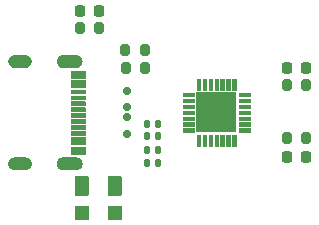
<source format=gtp>
%TF.GenerationSoftware,KiCad,Pcbnew,8.0.6*%
%TF.CreationDate,2024-11-25T12:43:08+08:00*%
%TF.ProjectId,UINIO-USB-UART-CP2102,55494e49-4f2d-4555-9342-2d554152542d,Version 5.0.0*%
%TF.SameCoordinates,PX8203930PY518daf8*%
%TF.FileFunction,Paste,Top*%
%TF.FilePolarity,Positive*%
%FSLAX46Y46*%
G04 Gerber Fmt 4.6, Leading zero omitted, Abs format (unit mm)*
G04 Created by KiCad (PCBNEW 8.0.6) date 2024-11-25 12:43:08*
%MOMM*%
%LPD*%
G01*
G04 APERTURE LIST*
G04 Aperture macros list*
%AMRoundRect*
0 Rectangle with rounded corners*
0 $1 Rounding radius*
0 $2 $3 $4 $5 $6 $7 $8 $9 X,Y pos of 4 corners*
0 Add a 4 corners polygon primitive as box body*
4,1,4,$2,$3,$4,$5,$6,$7,$8,$9,$2,$3,0*
0 Add four circle primitives for the rounded corners*
1,1,$1+$1,$2,$3*
1,1,$1+$1,$4,$5*
1,1,$1+$1,$6,$7*
1,1,$1+$1,$8,$9*
0 Add four rect primitives between the rounded corners*
20,1,$1+$1,$2,$3,$4,$5,0*
20,1,$1+$1,$4,$5,$6,$7,0*
20,1,$1+$1,$6,$7,$8,$9,0*
20,1,$1+$1,$8,$9,$2,$3,0*%
G04 Aperture macros list end*
%ADD10C,0.120000*%
%ADD11RoundRect,0.250000X0.375000X0.625000X-0.375000X0.625000X-0.375000X-0.625000X0.375000X-0.625000X0*%
%ADD12R,1.200000X1.200000*%
%ADD13RoundRect,0.140000X0.140000X0.170000X-0.140000X0.170000X-0.140000X-0.170000X0.140000X-0.170000X0*%
%ADD14RoundRect,0.150000X0.200000X-0.150000X0.200000X0.150000X-0.200000X0.150000X-0.200000X-0.150000X0*%
%ADD15RoundRect,0.150000X-0.200000X0.150000X-0.200000X-0.150000X0.200000X-0.150000X0.200000X0.150000X0*%
%ADD16RoundRect,0.200000X0.200000X0.275000X-0.200000X0.275000X-0.200000X-0.275000X0.200000X-0.275000X0*%
%ADD17RoundRect,0.218750X0.218750X0.256250X-0.218750X0.256250X-0.218750X-0.256250X0.218750X-0.256250X0*%
%ADD18R,1.150000X0.300000*%
%ADD19R,1.150000X0.600000*%
%ADD20R,3.350000X3.350000*%
%ADD21R,0.280000X0.905000*%
%ADD22R,0.905000X0.280000*%
%ADD23RoundRect,0.200000X-0.200000X-0.275000X0.200000X-0.275000X0.200000X0.275000X-0.200000X0.275000X0*%
G04 APERTURE END LIST*
D10*
%TO.C,USB2*%
X-953000Y-13985000D02*
X-859000Y-14013000D01*
X-773000Y-14059000D01*
X-697000Y-14121000D01*
X-635000Y-14197000D01*
X-588000Y-14284000D01*
X-560000Y-14377000D01*
X-550000Y-14475000D01*
X-560000Y-14573000D01*
X-588000Y-14666000D01*
X-635000Y-14753000D01*
X-697000Y-14829000D01*
X-773000Y-14891000D01*
X-859000Y-14937000D01*
X-953000Y-14965000D01*
X-1050000Y-14975000D01*
X-1950000Y-14975000D01*
X-2048000Y-14965000D01*
X-2142000Y-14937000D01*
X-2228000Y-14891000D01*
X-2304000Y-14829000D01*
X-2366000Y-14753000D01*
X-2412000Y-14666000D01*
X-2441000Y-14573000D01*
X-2450000Y-14475000D01*
X-2441000Y-14377000D01*
X-2412000Y-14284000D01*
X-2366000Y-14197000D01*
X-2304000Y-14121000D01*
X-2228000Y-14059000D01*
X-2142000Y-14013000D01*
X-2048000Y-13985000D01*
X-1950000Y-13975000D01*
X-1050000Y-13975000D01*
X-953000Y-13985000D01*
G36*
X-953000Y-13985000D02*
G01*
X-859000Y-14013000D01*
X-773000Y-14059000D01*
X-697000Y-14121000D01*
X-635000Y-14197000D01*
X-588000Y-14284000D01*
X-560000Y-14377000D01*
X-550000Y-14475000D01*
X-560000Y-14573000D01*
X-588000Y-14666000D01*
X-635000Y-14753000D01*
X-697000Y-14829000D01*
X-773000Y-14891000D01*
X-859000Y-14937000D01*
X-953000Y-14965000D01*
X-1050000Y-14975000D01*
X-1950000Y-14975000D01*
X-2048000Y-14965000D01*
X-2142000Y-14937000D01*
X-2228000Y-14891000D01*
X-2304000Y-14829000D01*
X-2366000Y-14753000D01*
X-2412000Y-14666000D01*
X-2441000Y-14573000D01*
X-2450000Y-14475000D01*
X-2441000Y-14377000D01*
X-2412000Y-14284000D01*
X-2366000Y-14197000D01*
X-2304000Y-14121000D01*
X-2228000Y-14059000D01*
X-2142000Y-14013000D01*
X-2048000Y-13985000D01*
X-1950000Y-13975000D01*
X-1050000Y-13975000D01*
X-953000Y-13985000D01*
G37*
X3347000Y-13985000D02*
X3441000Y-14013000D01*
X3527000Y-14059000D01*
X3603000Y-14121000D01*
X3665000Y-14197000D01*
X3712000Y-14284000D01*
X3740000Y-14377000D01*
X3750000Y-14475000D01*
X3740000Y-14573000D01*
X3712000Y-14666000D01*
X3665000Y-14753000D01*
X3603000Y-14829000D01*
X3527000Y-14891000D01*
X3441000Y-14937000D01*
X3347000Y-14965000D01*
X3250000Y-14975000D01*
X2150000Y-14975000D01*
X2052000Y-14965000D01*
X1958000Y-14937000D01*
X1872000Y-14891000D01*
X1796000Y-14829000D01*
X1734000Y-14753000D01*
X1688000Y-14666000D01*
X1659000Y-14573000D01*
X1650000Y-14475000D01*
X1659000Y-14377000D01*
X1688000Y-14284000D01*
X1734000Y-14197000D01*
X1796000Y-14121000D01*
X1872000Y-14059000D01*
X1958000Y-14013000D01*
X2052000Y-13985000D01*
X2150000Y-13975000D01*
X3250000Y-13975000D01*
X3347000Y-13985000D01*
G36*
X3347000Y-13985000D02*
G01*
X3441000Y-14013000D01*
X3527000Y-14059000D01*
X3603000Y-14121000D01*
X3665000Y-14197000D01*
X3712000Y-14284000D01*
X3740000Y-14377000D01*
X3750000Y-14475000D01*
X3740000Y-14573000D01*
X3712000Y-14666000D01*
X3665000Y-14753000D01*
X3603000Y-14829000D01*
X3527000Y-14891000D01*
X3441000Y-14937000D01*
X3347000Y-14965000D01*
X3250000Y-14975000D01*
X2150000Y-14975000D01*
X2052000Y-14965000D01*
X1958000Y-14937000D01*
X1872000Y-14891000D01*
X1796000Y-14829000D01*
X1734000Y-14753000D01*
X1688000Y-14666000D01*
X1659000Y-14573000D01*
X1650000Y-14475000D01*
X1659000Y-14377000D01*
X1688000Y-14284000D01*
X1734000Y-14197000D01*
X1796000Y-14121000D01*
X1872000Y-14059000D01*
X1958000Y-14013000D01*
X2052000Y-13985000D01*
X2150000Y-13975000D01*
X3250000Y-13975000D01*
X3347000Y-13985000D01*
G37*
X-953000Y-5335000D02*
X-859000Y-5363000D01*
X-773000Y-5409000D01*
X-697000Y-5471000D01*
X-635000Y-5547000D01*
X-588000Y-5634000D01*
X-560000Y-5727000D01*
X-550000Y-5825000D01*
X-560000Y-5923000D01*
X-588000Y-6016000D01*
X-635000Y-6103000D01*
X-697000Y-6179000D01*
X-773000Y-6241000D01*
X-859000Y-6287000D01*
X-953000Y-6315000D01*
X-1050000Y-6325000D01*
X-1950000Y-6325000D01*
X-2048000Y-6315000D01*
X-2142000Y-6287000D01*
X-2228000Y-6241000D01*
X-2304000Y-6179000D01*
X-2366000Y-6103000D01*
X-2412000Y-6016000D01*
X-2441000Y-5923000D01*
X-2450000Y-5825000D01*
X-2441000Y-5727000D01*
X-2412000Y-5634000D01*
X-2366000Y-5547000D01*
X-2304000Y-5471000D01*
X-2228000Y-5409000D01*
X-2142000Y-5363000D01*
X-2048000Y-5335000D01*
X-1950000Y-5325000D01*
X-1050000Y-5325000D01*
X-953000Y-5335000D01*
G36*
X-953000Y-5335000D02*
G01*
X-859000Y-5363000D01*
X-773000Y-5409000D01*
X-697000Y-5471000D01*
X-635000Y-5547000D01*
X-588000Y-5634000D01*
X-560000Y-5727000D01*
X-550000Y-5825000D01*
X-560000Y-5923000D01*
X-588000Y-6016000D01*
X-635000Y-6103000D01*
X-697000Y-6179000D01*
X-773000Y-6241000D01*
X-859000Y-6287000D01*
X-953000Y-6315000D01*
X-1050000Y-6325000D01*
X-1950000Y-6325000D01*
X-2048000Y-6315000D01*
X-2142000Y-6287000D01*
X-2228000Y-6241000D01*
X-2304000Y-6179000D01*
X-2366000Y-6103000D01*
X-2412000Y-6016000D01*
X-2441000Y-5923000D01*
X-2450000Y-5825000D01*
X-2441000Y-5727000D01*
X-2412000Y-5634000D01*
X-2366000Y-5547000D01*
X-2304000Y-5471000D01*
X-2228000Y-5409000D01*
X-2142000Y-5363000D01*
X-2048000Y-5335000D01*
X-1950000Y-5325000D01*
X-1050000Y-5325000D01*
X-953000Y-5335000D01*
G37*
X3347000Y-5335000D02*
X3441000Y-5363000D01*
X3527000Y-5409000D01*
X3603000Y-5471000D01*
X3665000Y-5547000D01*
X3712000Y-5634000D01*
X3740000Y-5727000D01*
X3750000Y-5825000D01*
X3740000Y-5923000D01*
X3712000Y-6016000D01*
X3665000Y-6103000D01*
X3603000Y-6179000D01*
X3527000Y-6241000D01*
X3441000Y-6287000D01*
X3347000Y-6315000D01*
X3250000Y-6325000D01*
X2150000Y-6325000D01*
X2052000Y-6315000D01*
X1958000Y-6287000D01*
X1872000Y-6241000D01*
X1796000Y-6179000D01*
X1734000Y-6103000D01*
X1688000Y-6016000D01*
X1659000Y-5923000D01*
X1650000Y-5825000D01*
X1659000Y-5727000D01*
X1688000Y-5634000D01*
X1734000Y-5547000D01*
X1796000Y-5471000D01*
X1872000Y-5409000D01*
X1958000Y-5363000D01*
X2052000Y-5335000D01*
X2150000Y-5325000D01*
X3250000Y-5325000D01*
X3347000Y-5335000D01*
G36*
X3347000Y-5335000D02*
G01*
X3441000Y-5363000D01*
X3527000Y-5409000D01*
X3603000Y-5471000D01*
X3665000Y-5547000D01*
X3712000Y-5634000D01*
X3740000Y-5727000D01*
X3750000Y-5825000D01*
X3740000Y-5923000D01*
X3712000Y-6016000D01*
X3665000Y-6103000D01*
X3603000Y-6179000D01*
X3527000Y-6241000D01*
X3441000Y-6287000D01*
X3347000Y-6315000D01*
X3250000Y-6325000D01*
X2150000Y-6325000D01*
X2052000Y-6315000D01*
X1958000Y-6287000D01*
X1872000Y-6241000D01*
X1796000Y-6179000D01*
X1734000Y-6103000D01*
X1688000Y-6016000D01*
X1659000Y-5923000D01*
X1650000Y-5825000D01*
X1659000Y-5727000D01*
X1688000Y-5634000D01*
X1734000Y-5547000D01*
X1796000Y-5471000D01*
X1872000Y-5409000D01*
X1958000Y-5363000D01*
X2052000Y-5335000D01*
X2150000Y-5325000D01*
X3250000Y-5325000D01*
X3347000Y-5335000D01*
G37*
X4037000Y-13650000D02*
X2887000Y-13650000D01*
X2887000Y-13050000D01*
X4037000Y-13050000D01*
X4037000Y-13650000D01*
G36*
X4037000Y-13650000D02*
G01*
X2887000Y-13650000D01*
X2887000Y-13050000D01*
X4037000Y-13050000D01*
X4037000Y-13650000D01*
G37*
X4037000Y-12850000D02*
X2887000Y-12850000D01*
X2887000Y-12250000D01*
X4037000Y-12250000D01*
X4037000Y-12850000D01*
G36*
X4037000Y-12850000D02*
G01*
X2887000Y-12850000D01*
X2887000Y-12250000D01*
X4037000Y-12250000D01*
X4037000Y-12850000D01*
G37*
X4037000Y-12050000D02*
X2887000Y-12050000D01*
X2887000Y-11750000D01*
X4037000Y-11750000D01*
X4037000Y-12050000D01*
G36*
X4037000Y-12050000D02*
G01*
X2887000Y-12050000D01*
X2887000Y-11750000D01*
X4037000Y-11750000D01*
X4037000Y-12050000D01*
G37*
X4037000Y-11550000D02*
X2887000Y-11550000D01*
X2887000Y-11250000D01*
X4037000Y-11250000D01*
X4037000Y-11550000D01*
G36*
X4037000Y-11550000D02*
G01*
X2887000Y-11550000D01*
X2887000Y-11250000D01*
X4037000Y-11250000D01*
X4037000Y-11550000D01*
G37*
X4037000Y-11050000D02*
X2887000Y-11050000D01*
X2887000Y-10750000D01*
X4037000Y-10750000D01*
X4037000Y-11050000D01*
G36*
X4037000Y-11050000D02*
G01*
X2887000Y-11050000D01*
X2887000Y-10750000D01*
X4037000Y-10750000D01*
X4037000Y-11050000D01*
G37*
X4037000Y-10550000D02*
X2887000Y-10550000D01*
X2887000Y-10250000D01*
X4037000Y-10250000D01*
X4037000Y-10550000D01*
G36*
X4037000Y-10550000D02*
G01*
X2887000Y-10550000D01*
X2887000Y-10250000D01*
X4037000Y-10250000D01*
X4037000Y-10550000D01*
G37*
X4037000Y-10050000D02*
X2887000Y-10050000D01*
X2887000Y-9750000D01*
X4037000Y-9750000D01*
X4037000Y-10050000D01*
G36*
X4037000Y-10050000D02*
G01*
X2887000Y-10050000D01*
X2887000Y-9750000D01*
X4037000Y-9750000D01*
X4037000Y-10050000D01*
G37*
X4037000Y-9550000D02*
X2887000Y-9550000D01*
X2887000Y-9250000D01*
X4037000Y-9250000D01*
X4037000Y-9550000D01*
G36*
X4037000Y-9550000D02*
G01*
X2887000Y-9550000D01*
X2887000Y-9250000D01*
X4037000Y-9250000D01*
X4037000Y-9550000D01*
G37*
X4037000Y-9050000D02*
X2887000Y-9050000D01*
X2887000Y-8750000D01*
X4037000Y-8750000D01*
X4037000Y-9050000D01*
G36*
X4037000Y-9050000D02*
G01*
X2887000Y-9050000D01*
X2887000Y-8750000D01*
X4037000Y-8750000D01*
X4037000Y-9050000D01*
G37*
X4037000Y-8550000D02*
X2887000Y-8550000D01*
X2887000Y-8250000D01*
X4037000Y-8250000D01*
X4037000Y-8550000D01*
G36*
X4037000Y-8550000D02*
G01*
X2887000Y-8550000D01*
X2887000Y-8250000D01*
X4037000Y-8250000D01*
X4037000Y-8550000D01*
G37*
X4037000Y-8050000D02*
X2887000Y-8050000D01*
X2887000Y-7450000D01*
X4037000Y-7450000D01*
X4037000Y-8050000D01*
G36*
X4037000Y-8050000D02*
G01*
X2887000Y-8050000D01*
X2887000Y-7450000D01*
X4037000Y-7450000D01*
X4037000Y-8050000D01*
G37*
X4037000Y-7250000D02*
X2887000Y-7250000D01*
X2887000Y-6650000D01*
X4037000Y-6650000D01*
X4037000Y-7250000D01*
G36*
X4037000Y-7250000D02*
G01*
X2887000Y-7250000D01*
X2887000Y-6650000D01*
X4037000Y-6650000D01*
X4037000Y-7250000D01*
G37*
%TO.C,U1*%
X17985680Y-11790000D02*
X17080680Y-11790000D01*
X17080680Y-11510000D01*
X17985680Y-11510000D01*
X17985680Y-11790000D01*
G36*
X17985680Y-11790000D02*
G01*
X17080680Y-11790000D01*
X17080680Y-11510000D01*
X17985680Y-11510000D01*
X17985680Y-11790000D01*
G37*
X17985680Y-11290000D02*
X17080680Y-11290000D01*
X17080680Y-11010000D01*
X17985680Y-11010000D01*
X17985680Y-11290000D01*
G36*
X17985680Y-11290000D02*
G01*
X17080680Y-11290000D01*
X17080680Y-11010000D01*
X17985680Y-11010000D01*
X17985680Y-11290000D01*
G37*
X17985680Y-10790000D02*
X17080680Y-10790000D01*
X17080680Y-10510000D01*
X17985680Y-10510000D01*
X17985680Y-10790000D01*
G36*
X17985680Y-10790000D02*
G01*
X17080680Y-10790000D01*
X17080680Y-10510000D01*
X17985680Y-10510000D01*
X17985680Y-10790000D01*
G37*
X17985680Y-10290000D02*
X17080680Y-10290000D01*
X17080680Y-10010000D01*
X17985680Y-10010000D01*
X17985680Y-10290000D01*
G36*
X17985680Y-10290000D02*
G01*
X17080680Y-10290000D01*
X17080680Y-10010000D01*
X17985680Y-10010000D01*
X17985680Y-10290000D01*
G37*
X17985680Y-9790000D02*
X17080680Y-9790000D01*
X17080680Y-9510000D01*
X17985680Y-9510000D01*
X17985680Y-9790000D01*
G36*
X17985680Y-9790000D02*
G01*
X17080680Y-9790000D01*
X17080680Y-9510000D01*
X17985680Y-9510000D01*
X17985680Y-9790000D01*
G37*
X17985680Y-9290000D02*
X17080680Y-9290000D01*
X17080680Y-9010000D01*
X17985680Y-9010000D01*
X17985680Y-9290000D01*
G36*
X17985680Y-9290000D02*
G01*
X17080680Y-9290000D01*
X17080680Y-9010000D01*
X17985680Y-9010000D01*
X17985680Y-9290000D01*
G37*
X17985680Y-8790000D02*
X17080680Y-8790000D01*
X17080680Y-8510000D01*
X17985680Y-8510000D01*
X17985680Y-8790000D01*
G36*
X17985680Y-8790000D02*
G01*
X17080680Y-8790000D01*
X17080680Y-8510000D01*
X17985680Y-8510000D01*
X17985680Y-8790000D01*
G37*
X16795680Y-12980000D02*
X16515680Y-12980000D01*
X16515680Y-12075000D01*
X16795680Y-12075000D01*
X16795680Y-12980000D01*
G36*
X16795680Y-12980000D02*
G01*
X16515680Y-12980000D01*
X16515680Y-12075000D01*
X16795680Y-12075000D01*
X16795680Y-12980000D01*
G37*
X16795680Y-8225000D02*
X16515680Y-8225000D01*
X16515680Y-7320000D01*
X16795680Y-7320000D01*
X16795680Y-8225000D01*
G36*
X16795680Y-8225000D02*
G01*
X16515680Y-8225000D01*
X16515680Y-7320000D01*
X16795680Y-7320000D01*
X16795680Y-8225000D01*
G37*
X16295680Y-12980000D02*
X16015680Y-12980000D01*
X16015680Y-12075000D01*
X16295680Y-12075000D01*
X16295680Y-12980000D01*
G36*
X16295680Y-12980000D02*
G01*
X16015680Y-12980000D01*
X16015680Y-12075000D01*
X16295680Y-12075000D01*
X16295680Y-12980000D01*
G37*
X16295680Y-8225000D02*
X16015680Y-8225000D01*
X16015680Y-7320000D01*
X16295680Y-7320000D01*
X16295680Y-8225000D01*
G36*
X16295680Y-8225000D02*
G01*
X16015680Y-8225000D01*
X16015680Y-7320000D01*
X16295680Y-7320000D01*
X16295680Y-8225000D01*
G37*
X15795680Y-12980000D02*
X15515680Y-12980000D01*
X15515680Y-12075000D01*
X15795680Y-12075000D01*
X15795680Y-12980000D01*
G36*
X15795680Y-12980000D02*
G01*
X15515680Y-12980000D01*
X15515680Y-12075000D01*
X15795680Y-12075000D01*
X15795680Y-12980000D01*
G37*
X15795680Y-8225000D02*
X15515680Y-8225000D01*
X15515680Y-7320000D01*
X15795680Y-7320000D01*
X15795680Y-8225000D01*
G36*
X15795680Y-8225000D02*
G01*
X15515680Y-8225000D01*
X15515680Y-7320000D01*
X15795680Y-7320000D01*
X15795680Y-8225000D01*
G37*
X15295680Y-12980000D02*
X15015680Y-12980000D01*
X15015680Y-12075000D01*
X15295680Y-12075000D01*
X15295680Y-12980000D01*
G36*
X15295680Y-12980000D02*
G01*
X15015680Y-12980000D01*
X15015680Y-12075000D01*
X15295680Y-12075000D01*
X15295680Y-12980000D01*
G37*
X15295680Y-8225000D02*
X15015680Y-8225000D01*
X15015680Y-7320000D01*
X15295680Y-7320000D01*
X15295680Y-8225000D01*
G36*
X15295680Y-8225000D02*
G01*
X15015680Y-8225000D01*
X15015680Y-7320000D01*
X15295680Y-7320000D01*
X15295680Y-8225000D01*
G37*
X14795680Y-12980000D02*
X14515680Y-12980000D01*
X14515680Y-12075000D01*
X14795680Y-12075000D01*
X14795680Y-12980000D01*
G36*
X14795680Y-12980000D02*
G01*
X14515680Y-12980000D01*
X14515680Y-12075000D01*
X14795680Y-12075000D01*
X14795680Y-12980000D01*
G37*
X14795680Y-8225000D02*
X14515680Y-8225000D01*
X14515680Y-7320000D01*
X14795680Y-7320000D01*
X14795680Y-8225000D01*
G36*
X14795680Y-8225000D02*
G01*
X14515680Y-8225000D01*
X14515680Y-7320000D01*
X14795680Y-7320000D01*
X14795680Y-8225000D01*
G37*
X14295680Y-12980000D02*
X14015680Y-12980000D01*
X14015680Y-12075000D01*
X14295680Y-12075000D01*
X14295680Y-12980000D01*
G36*
X14295680Y-12980000D02*
G01*
X14015680Y-12980000D01*
X14015680Y-12075000D01*
X14295680Y-12075000D01*
X14295680Y-12980000D01*
G37*
X14295680Y-8225000D02*
X14015680Y-8225000D01*
X14015680Y-7320000D01*
X14295680Y-7320000D01*
X14295680Y-8225000D01*
G36*
X14295680Y-8225000D02*
G01*
X14015680Y-8225000D01*
X14015680Y-7320000D01*
X14295680Y-7320000D01*
X14295680Y-8225000D01*
G37*
X16505680Y-11500000D02*
X13805680Y-11500000D01*
X13805680Y-8800000D01*
X16505680Y-8800000D01*
X16505680Y-11500000D01*
G36*
X16505680Y-11500000D02*
G01*
X13805680Y-11500000D01*
X13805680Y-8800000D01*
X16505680Y-8800000D01*
X16505680Y-11500000D01*
G37*
X13795680Y-12980000D02*
X13515680Y-12980000D01*
X13515680Y-12075000D01*
X13795680Y-12075000D01*
X13795680Y-12980000D01*
G36*
X13795680Y-12980000D02*
G01*
X13515680Y-12980000D01*
X13515680Y-12075000D01*
X13795680Y-12075000D01*
X13795680Y-12980000D01*
G37*
X13795680Y-8225000D02*
X13515680Y-8225000D01*
X13515680Y-7320000D01*
X13795680Y-7320000D01*
X13795680Y-8225000D01*
G36*
X13795680Y-8225000D02*
G01*
X13515680Y-8225000D01*
X13515680Y-7320000D01*
X13795680Y-7320000D01*
X13795680Y-8225000D01*
G37*
X13230680Y-11790000D02*
X12325680Y-11790000D01*
X12325680Y-11510000D01*
X13230680Y-11510000D01*
X13230680Y-11790000D01*
G36*
X13230680Y-11790000D02*
G01*
X12325680Y-11790000D01*
X12325680Y-11510000D01*
X13230680Y-11510000D01*
X13230680Y-11790000D01*
G37*
X13230680Y-11290000D02*
X12325680Y-11290000D01*
X12325680Y-11010000D01*
X13230680Y-11010000D01*
X13230680Y-11290000D01*
G36*
X13230680Y-11290000D02*
G01*
X12325680Y-11290000D01*
X12325680Y-11010000D01*
X13230680Y-11010000D01*
X13230680Y-11290000D01*
G37*
X13230680Y-10790000D02*
X12325680Y-10790000D01*
X12325680Y-10510000D01*
X13230680Y-10510000D01*
X13230680Y-10790000D01*
G36*
X13230680Y-10790000D02*
G01*
X12325680Y-10790000D01*
X12325680Y-10510000D01*
X13230680Y-10510000D01*
X13230680Y-10790000D01*
G37*
X13230680Y-10290000D02*
X12325680Y-10290000D01*
X12325680Y-10010000D01*
X13230680Y-10010000D01*
X13230680Y-10290000D01*
G36*
X13230680Y-10290000D02*
G01*
X12325680Y-10290000D01*
X12325680Y-10010000D01*
X13230680Y-10010000D01*
X13230680Y-10290000D01*
G37*
X13230680Y-9790000D02*
X12325680Y-9790000D01*
X12325680Y-9510000D01*
X13230680Y-9510000D01*
X13230680Y-9790000D01*
G36*
X13230680Y-9790000D02*
G01*
X12325680Y-9790000D01*
X12325680Y-9510000D01*
X13230680Y-9510000D01*
X13230680Y-9790000D01*
G37*
X13230680Y-9290000D02*
X12325680Y-9290000D01*
X12325680Y-9010000D01*
X13230680Y-9010000D01*
X13230680Y-9290000D01*
G36*
X13230680Y-9290000D02*
G01*
X12325680Y-9290000D01*
X12325680Y-9010000D01*
X13230680Y-9010000D01*
X13230680Y-9290000D01*
G37*
X13230680Y-8790000D02*
X12325680Y-8790000D01*
X12325680Y-8510000D01*
X13230680Y-8510000D01*
X13230680Y-8790000D01*
G36*
X13230680Y-8790000D02*
G01*
X12325680Y-8790000D01*
X12325680Y-8510000D01*
X13230680Y-8510000D01*
X13230680Y-8790000D01*
G37*
%TD*%
D11*
%TO.C,F1*%
X3820000Y-16420000D03*
X6620000Y-16420000D03*
%TD*%
D12*
%TO.C,D6*%
X6595000Y-18640000D03*
X3795000Y-18640000D03*
%TD*%
D13*
%TO.C,C4*%
X10240000Y-11150000D03*
X9280000Y-11150000D03*
%TD*%
%TO.C,C3*%
X9280000Y-12180000D03*
X10240000Y-12180000D03*
%TD*%
%TO.C,C2*%
X9280000Y-14410000D03*
X10240000Y-14410000D03*
%TD*%
%TO.C,C1*%
X9280000Y-13370000D03*
X10240000Y-13370000D03*
%TD*%
D14*
%TO.C,D5*%
X7630000Y-8320000D03*
X7630000Y-9720000D03*
%TD*%
D15*
%TO.C,D1*%
X7630000Y-11980000D03*
X7630000Y-10580000D03*
%TD*%
D16*
%TO.C,R8*%
X9125000Y-6360000D03*
X7475000Y-6360000D03*
%TD*%
%TO.C,R7*%
X9115000Y-4900000D03*
X7465000Y-4900000D03*
%TD*%
D17*
%TO.C,D2*%
X21182500Y-13920000D03*
X22757500Y-13920000D03*
%TD*%
D18*
%TO.C,USB2*%
X3462000Y-8400000D03*
X3462000Y-9400000D03*
X3462000Y-10900000D03*
X3462000Y-11900000D03*
D19*
X3462000Y-12550000D03*
X3462000Y-13350000D03*
D18*
X3462000Y-11400000D03*
X3462000Y-10400000D03*
X3462000Y-9900000D03*
X3462000Y-8900000D03*
D19*
X3462000Y-7750000D03*
X3462000Y-6950000D03*
%TD*%
D20*
%TO.C,U1*%
X15155680Y-10150000D03*
D21*
X13655680Y-7773000D03*
X14155680Y-7773000D03*
X14655680Y-7773000D03*
X15155680Y-7773000D03*
X15655680Y-7773000D03*
X16155680Y-7773000D03*
X16655680Y-7773000D03*
D22*
X17532680Y-8650000D03*
X17532680Y-9150000D03*
X17532680Y-9650000D03*
X17532680Y-10150000D03*
X17532680Y-10650000D03*
X17532680Y-11150000D03*
X17532680Y-11650000D03*
D21*
X16655680Y-12527000D03*
X16155680Y-12527000D03*
X15655680Y-12527000D03*
X15155680Y-12527000D03*
X14655680Y-12527000D03*
X14155680Y-12527000D03*
X13655680Y-12527000D03*
D22*
X12778680Y-11650000D03*
X12778680Y-11150000D03*
X12778680Y-10650000D03*
X12778680Y-10150000D03*
X12778680Y-9650000D03*
X12778680Y-9150000D03*
X12778680Y-8650000D03*
%TD*%
D23*
%TO.C,R4*%
X3595000Y-3010000D03*
X5245000Y-3010000D03*
%TD*%
%TO.C,R3*%
X21145000Y-7850000D03*
X22795000Y-7850000D03*
%TD*%
D17*
%TO.C,D3*%
X21182500Y-6390000D03*
X22757500Y-6390000D03*
%TD*%
%TO.C,D4*%
X3632500Y-1545000D03*
X5207500Y-1545000D03*
%TD*%
D23*
%TO.C,R2*%
X22795000Y-12370000D03*
X21145000Y-12370000D03*
%TD*%
M02*

</source>
